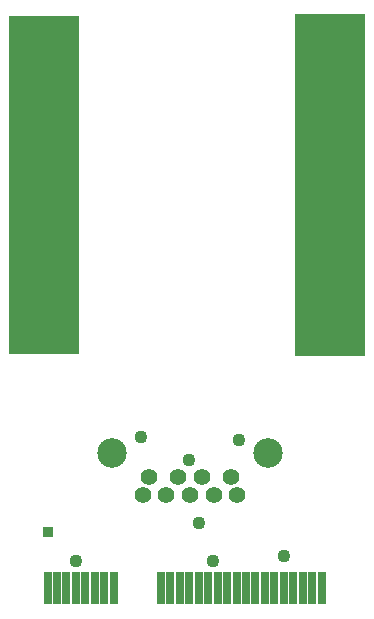
<source format=gbs>
G75*
%MOIN*%
%OFA0B0*%
%FSLAX24Y24*%
%IPPOS*%
%LPD*%
%AMOC8*
5,1,8,0,0,1.08239X$1,22.5*
%
%ADD10R,0.0296X0.1064*%
%ADD11R,0.2343X1.1280*%
%ADD12R,0.2343X1.1399*%
%ADD13C,0.1084*%
%ADD14C,0.0560*%
%ADD15C,0.0985*%
%ADD16C,0.0436*%
%ADD17R,0.0330X0.0330*%
D10*
X001430Y003333D03*
X001745Y003333D03*
X002060Y003333D03*
X002375Y003333D03*
X002690Y003333D03*
X003005Y003333D03*
X003320Y003333D03*
X003635Y003333D03*
X005210Y003333D03*
X005524Y003333D03*
X005839Y003333D03*
X006154Y003333D03*
X006469Y003333D03*
X006784Y003333D03*
X007099Y003333D03*
X007414Y003333D03*
X007729Y003333D03*
X008044Y003333D03*
X008359Y003333D03*
X008674Y003333D03*
X008989Y003333D03*
X009304Y003333D03*
X009619Y003333D03*
X009934Y003333D03*
X010249Y003333D03*
X010564Y003333D03*
D11*
X001312Y016768D03*
D12*
X010839Y016768D03*
D13*
X010839Y012241D03*
X010938Y021749D03*
X001312Y021663D03*
X001312Y012241D03*
D14*
X004605Y006455D03*
X004802Y007046D03*
X005393Y006455D03*
X005786Y007046D03*
X006180Y006455D03*
X006574Y007046D03*
X006967Y006455D03*
X007558Y007046D03*
X007755Y006455D03*
D15*
X008767Y007833D03*
X003593Y007833D03*
D16*
X004550Y008385D03*
X006145Y007597D03*
X006479Y005510D03*
X006952Y004251D03*
X007818Y008286D03*
X009314Y004408D03*
X002385Y004251D03*
D17*
X001440Y005196D03*
M02*

</source>
